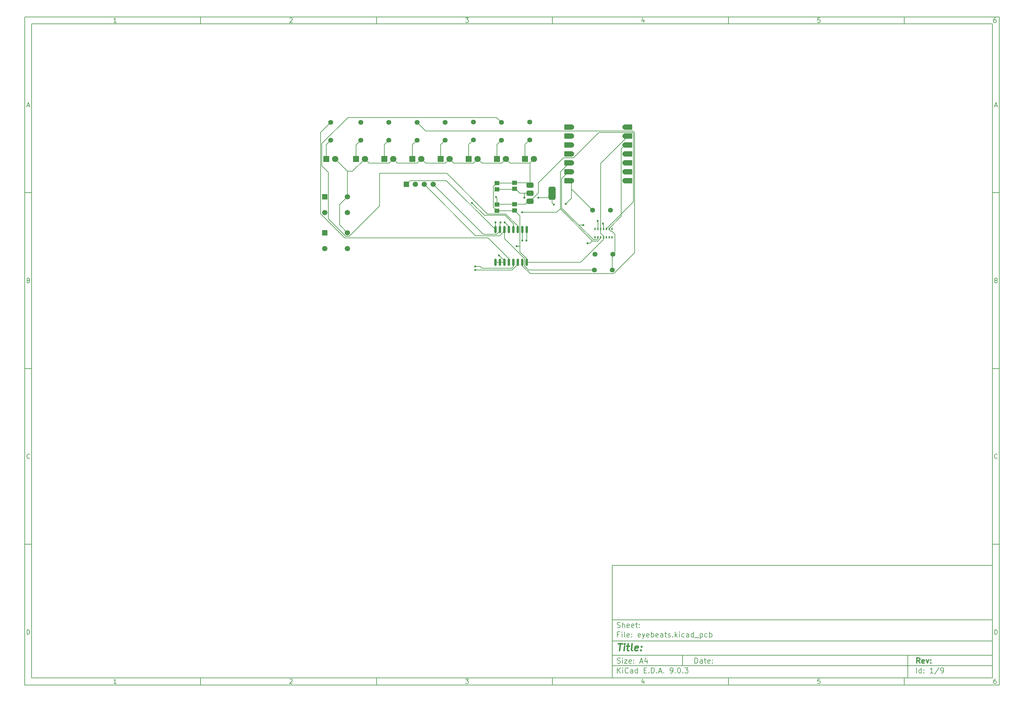
<source format=gtl>
%TF.GenerationSoftware,KiCad,Pcbnew,9.0.3*%
%TF.CreationDate,2025-08-03T00:48:55+01:00*%
%TF.ProjectId,eyebeats,65796562-6561-4747-932e-6b696361645f,rev?*%
%TF.SameCoordinates,Original*%
%TF.FileFunction,Copper,L1,Top*%
%TF.FilePolarity,Positive*%
%FSLAX46Y46*%
G04 Gerber Fmt 4.6, Leading zero omitted, Abs format (unit mm)*
G04 Created by KiCad (PCBNEW 9.0.3) date 2025-08-03 00:48:55*
%MOMM*%
%LPD*%
G01*
G04 APERTURE LIST*
G04 Aperture macros list*
%AMRoundRect*
0 Rectangle with rounded corners*
0 $1 Rounding radius*
0 $2 $3 $4 $5 $6 $7 $8 $9 X,Y pos of 4 corners*
0 Add a 4 corners polygon primitive as box body*
4,1,4,$2,$3,$4,$5,$6,$7,$8,$9,$2,$3,0*
0 Add four circle primitives for the rounded corners*
1,1,$1+$1,$2,$3*
1,1,$1+$1,$4,$5*
1,1,$1+$1,$6,$7*
1,1,$1+$1,$8,$9*
0 Add four rect primitives between the rounded corners*
20,1,$1+$1,$2,$3,$4,$5,0*
20,1,$1+$1,$4,$5,$6,$7,0*
20,1,$1+$1,$6,$7,$8,$9,0*
20,1,$1+$1,$8,$9,$2,$3,0*%
G04 Aperture macros list end*
%ADD10C,0.100000*%
%ADD11C,0.150000*%
%ADD12C,0.300000*%
%ADD13C,0.400000*%
%TA.AperFunction,ComponentPad*%
%ADD14R,1.800000X1.800000*%
%TD*%
%TA.AperFunction,ComponentPad*%
%ADD15C,1.800000*%
%TD*%
%TA.AperFunction,ComponentPad*%
%ADD16C,1.400000*%
%TD*%
%TA.AperFunction,SMDPad,CuDef*%
%ADD17RoundRect,0.152400X1.063600X0.609600X-1.063600X0.609600X-1.063600X-0.609600X1.063600X-0.609600X0*%
%TD*%
%TA.AperFunction,ComponentPad*%
%ADD18C,1.524000*%
%TD*%
%TA.AperFunction,SMDPad,CuDef*%
%ADD19RoundRect,0.152400X-1.063600X-0.609600X1.063600X-0.609600X1.063600X0.609600X-1.063600X0.609600X0*%
%TD*%
%TA.AperFunction,ComponentPad*%
%ADD20R,1.508000X1.508000*%
%TD*%
%TA.AperFunction,ComponentPad*%
%ADD21C,1.508000*%
%TD*%
%TA.AperFunction,SMDPad,CuDef*%
%ADD22R,1.470000X1.160000*%
%TD*%
%TA.AperFunction,ComponentPad*%
%ADD23R,1.498000X1.498000*%
%TD*%
%TA.AperFunction,ComponentPad*%
%ADD24C,1.498000*%
%TD*%
%TA.AperFunction,SMDPad,CuDef*%
%ADD25R,0.350000X0.750000*%
%TD*%
%TA.AperFunction,SMDPad,CuDef*%
%ADD26RoundRect,0.150000X0.150000X-0.875000X0.150000X0.875000X-0.150000X0.875000X-0.150000X-0.875000X0*%
%TD*%
%TA.AperFunction,SMDPad,CuDef*%
%ADD27RoundRect,0.375000X-0.625000X-0.375000X0.625000X-0.375000X0.625000X0.375000X-0.625000X0.375000X0*%
%TD*%
%TA.AperFunction,SMDPad,CuDef*%
%ADD28RoundRect,0.500000X-0.500000X-1.400000X0.500000X-1.400000X0.500000X1.400000X-0.500000X1.400000X0*%
%TD*%
%TA.AperFunction,ViaPad*%
%ADD29C,0.600000*%
%TD*%
%TA.AperFunction,Conductor*%
%ADD30C,0.200000*%
%TD*%
G04 APERTURE END LIST*
D10*
D11*
X177002200Y-166007200D02*
X285002200Y-166007200D01*
X285002200Y-198007200D01*
X177002200Y-198007200D01*
X177002200Y-166007200D01*
D10*
D11*
X10000000Y-10000000D02*
X287002200Y-10000000D01*
X287002200Y-200007200D01*
X10000000Y-200007200D01*
X10000000Y-10000000D01*
D10*
D11*
X12000000Y-12000000D02*
X285002200Y-12000000D01*
X285002200Y-198007200D01*
X12000000Y-198007200D01*
X12000000Y-12000000D01*
D10*
D11*
X60000000Y-12000000D02*
X60000000Y-10000000D01*
D10*
D11*
X110000000Y-12000000D02*
X110000000Y-10000000D01*
D10*
D11*
X160000000Y-12000000D02*
X160000000Y-10000000D01*
D10*
D11*
X210000000Y-12000000D02*
X210000000Y-10000000D01*
D10*
D11*
X260000000Y-12000000D02*
X260000000Y-10000000D01*
D10*
D11*
X36089160Y-11593604D02*
X35346303Y-11593604D01*
X35717731Y-11593604D02*
X35717731Y-10293604D01*
X35717731Y-10293604D02*
X35593922Y-10479319D01*
X35593922Y-10479319D02*
X35470112Y-10603128D01*
X35470112Y-10603128D02*
X35346303Y-10665033D01*
D10*
D11*
X85346303Y-10417414D02*
X85408207Y-10355509D01*
X85408207Y-10355509D02*
X85532017Y-10293604D01*
X85532017Y-10293604D02*
X85841541Y-10293604D01*
X85841541Y-10293604D02*
X85965350Y-10355509D01*
X85965350Y-10355509D02*
X86027255Y-10417414D01*
X86027255Y-10417414D02*
X86089160Y-10541223D01*
X86089160Y-10541223D02*
X86089160Y-10665033D01*
X86089160Y-10665033D02*
X86027255Y-10850747D01*
X86027255Y-10850747D02*
X85284398Y-11593604D01*
X85284398Y-11593604D02*
X86089160Y-11593604D01*
D10*
D11*
X135284398Y-10293604D02*
X136089160Y-10293604D01*
X136089160Y-10293604D02*
X135655826Y-10788842D01*
X135655826Y-10788842D02*
X135841541Y-10788842D01*
X135841541Y-10788842D02*
X135965350Y-10850747D01*
X135965350Y-10850747D02*
X136027255Y-10912652D01*
X136027255Y-10912652D02*
X136089160Y-11036461D01*
X136089160Y-11036461D02*
X136089160Y-11345985D01*
X136089160Y-11345985D02*
X136027255Y-11469795D01*
X136027255Y-11469795D02*
X135965350Y-11531700D01*
X135965350Y-11531700D02*
X135841541Y-11593604D01*
X135841541Y-11593604D02*
X135470112Y-11593604D01*
X135470112Y-11593604D02*
X135346303Y-11531700D01*
X135346303Y-11531700D02*
X135284398Y-11469795D01*
D10*
D11*
X185965350Y-10726938D02*
X185965350Y-11593604D01*
X185655826Y-10231700D02*
X185346303Y-11160271D01*
X185346303Y-11160271D02*
X186151064Y-11160271D01*
D10*
D11*
X236027255Y-10293604D02*
X235408207Y-10293604D01*
X235408207Y-10293604D02*
X235346303Y-10912652D01*
X235346303Y-10912652D02*
X235408207Y-10850747D01*
X235408207Y-10850747D02*
X235532017Y-10788842D01*
X235532017Y-10788842D02*
X235841541Y-10788842D01*
X235841541Y-10788842D02*
X235965350Y-10850747D01*
X235965350Y-10850747D02*
X236027255Y-10912652D01*
X236027255Y-10912652D02*
X236089160Y-11036461D01*
X236089160Y-11036461D02*
X236089160Y-11345985D01*
X236089160Y-11345985D02*
X236027255Y-11469795D01*
X236027255Y-11469795D02*
X235965350Y-11531700D01*
X235965350Y-11531700D02*
X235841541Y-11593604D01*
X235841541Y-11593604D02*
X235532017Y-11593604D01*
X235532017Y-11593604D02*
X235408207Y-11531700D01*
X235408207Y-11531700D02*
X235346303Y-11469795D01*
D10*
D11*
X285965350Y-10293604D02*
X285717731Y-10293604D01*
X285717731Y-10293604D02*
X285593922Y-10355509D01*
X285593922Y-10355509D02*
X285532017Y-10417414D01*
X285532017Y-10417414D02*
X285408207Y-10603128D01*
X285408207Y-10603128D02*
X285346303Y-10850747D01*
X285346303Y-10850747D02*
X285346303Y-11345985D01*
X285346303Y-11345985D02*
X285408207Y-11469795D01*
X285408207Y-11469795D02*
X285470112Y-11531700D01*
X285470112Y-11531700D02*
X285593922Y-11593604D01*
X285593922Y-11593604D02*
X285841541Y-11593604D01*
X285841541Y-11593604D02*
X285965350Y-11531700D01*
X285965350Y-11531700D02*
X286027255Y-11469795D01*
X286027255Y-11469795D02*
X286089160Y-11345985D01*
X286089160Y-11345985D02*
X286089160Y-11036461D01*
X286089160Y-11036461D02*
X286027255Y-10912652D01*
X286027255Y-10912652D02*
X285965350Y-10850747D01*
X285965350Y-10850747D02*
X285841541Y-10788842D01*
X285841541Y-10788842D02*
X285593922Y-10788842D01*
X285593922Y-10788842D02*
X285470112Y-10850747D01*
X285470112Y-10850747D02*
X285408207Y-10912652D01*
X285408207Y-10912652D02*
X285346303Y-11036461D01*
D10*
D11*
X60000000Y-198007200D02*
X60000000Y-200007200D01*
D10*
D11*
X110000000Y-198007200D02*
X110000000Y-200007200D01*
D10*
D11*
X160000000Y-198007200D02*
X160000000Y-200007200D01*
D10*
D11*
X210000000Y-198007200D02*
X210000000Y-200007200D01*
D10*
D11*
X260000000Y-198007200D02*
X260000000Y-200007200D01*
D10*
D11*
X36089160Y-199600804D02*
X35346303Y-199600804D01*
X35717731Y-199600804D02*
X35717731Y-198300804D01*
X35717731Y-198300804D02*
X35593922Y-198486519D01*
X35593922Y-198486519D02*
X35470112Y-198610328D01*
X35470112Y-198610328D02*
X35346303Y-198672233D01*
D10*
D11*
X85346303Y-198424614D02*
X85408207Y-198362709D01*
X85408207Y-198362709D02*
X85532017Y-198300804D01*
X85532017Y-198300804D02*
X85841541Y-198300804D01*
X85841541Y-198300804D02*
X85965350Y-198362709D01*
X85965350Y-198362709D02*
X86027255Y-198424614D01*
X86027255Y-198424614D02*
X86089160Y-198548423D01*
X86089160Y-198548423D02*
X86089160Y-198672233D01*
X86089160Y-198672233D02*
X86027255Y-198857947D01*
X86027255Y-198857947D02*
X85284398Y-199600804D01*
X85284398Y-199600804D02*
X86089160Y-199600804D01*
D10*
D11*
X135284398Y-198300804D02*
X136089160Y-198300804D01*
X136089160Y-198300804D02*
X135655826Y-198796042D01*
X135655826Y-198796042D02*
X135841541Y-198796042D01*
X135841541Y-198796042D02*
X135965350Y-198857947D01*
X135965350Y-198857947D02*
X136027255Y-198919852D01*
X136027255Y-198919852D02*
X136089160Y-199043661D01*
X136089160Y-199043661D02*
X136089160Y-199353185D01*
X136089160Y-199353185D02*
X136027255Y-199476995D01*
X136027255Y-199476995D02*
X135965350Y-199538900D01*
X135965350Y-199538900D02*
X135841541Y-199600804D01*
X135841541Y-199600804D02*
X135470112Y-199600804D01*
X135470112Y-199600804D02*
X135346303Y-199538900D01*
X135346303Y-199538900D02*
X135284398Y-199476995D01*
D10*
D11*
X185965350Y-198734138D02*
X185965350Y-199600804D01*
X185655826Y-198238900D02*
X185346303Y-199167471D01*
X185346303Y-199167471D02*
X186151064Y-199167471D01*
D10*
D11*
X236027255Y-198300804D02*
X235408207Y-198300804D01*
X235408207Y-198300804D02*
X235346303Y-198919852D01*
X235346303Y-198919852D02*
X235408207Y-198857947D01*
X235408207Y-198857947D02*
X235532017Y-198796042D01*
X235532017Y-198796042D02*
X235841541Y-198796042D01*
X235841541Y-198796042D02*
X235965350Y-198857947D01*
X235965350Y-198857947D02*
X236027255Y-198919852D01*
X236027255Y-198919852D02*
X236089160Y-199043661D01*
X236089160Y-199043661D02*
X236089160Y-199353185D01*
X236089160Y-199353185D02*
X236027255Y-199476995D01*
X236027255Y-199476995D02*
X235965350Y-199538900D01*
X235965350Y-199538900D02*
X235841541Y-199600804D01*
X235841541Y-199600804D02*
X235532017Y-199600804D01*
X235532017Y-199600804D02*
X235408207Y-199538900D01*
X235408207Y-199538900D02*
X235346303Y-199476995D01*
D10*
D11*
X285965350Y-198300804D02*
X285717731Y-198300804D01*
X285717731Y-198300804D02*
X285593922Y-198362709D01*
X285593922Y-198362709D02*
X285532017Y-198424614D01*
X285532017Y-198424614D02*
X285408207Y-198610328D01*
X285408207Y-198610328D02*
X285346303Y-198857947D01*
X285346303Y-198857947D02*
X285346303Y-199353185D01*
X285346303Y-199353185D02*
X285408207Y-199476995D01*
X285408207Y-199476995D02*
X285470112Y-199538900D01*
X285470112Y-199538900D02*
X285593922Y-199600804D01*
X285593922Y-199600804D02*
X285841541Y-199600804D01*
X285841541Y-199600804D02*
X285965350Y-199538900D01*
X285965350Y-199538900D02*
X286027255Y-199476995D01*
X286027255Y-199476995D02*
X286089160Y-199353185D01*
X286089160Y-199353185D02*
X286089160Y-199043661D01*
X286089160Y-199043661D02*
X286027255Y-198919852D01*
X286027255Y-198919852D02*
X285965350Y-198857947D01*
X285965350Y-198857947D02*
X285841541Y-198796042D01*
X285841541Y-198796042D02*
X285593922Y-198796042D01*
X285593922Y-198796042D02*
X285470112Y-198857947D01*
X285470112Y-198857947D02*
X285408207Y-198919852D01*
X285408207Y-198919852D02*
X285346303Y-199043661D01*
D10*
D11*
X10000000Y-60000000D02*
X12000000Y-60000000D01*
D10*
D11*
X10000000Y-110000000D02*
X12000000Y-110000000D01*
D10*
D11*
X10000000Y-160000000D02*
X12000000Y-160000000D01*
D10*
D11*
X10690476Y-35222176D02*
X11309523Y-35222176D01*
X10566666Y-35593604D02*
X10999999Y-34293604D01*
X10999999Y-34293604D02*
X11433333Y-35593604D01*
D10*
D11*
X11092857Y-84912652D02*
X11278571Y-84974557D01*
X11278571Y-84974557D02*
X11340476Y-85036461D01*
X11340476Y-85036461D02*
X11402380Y-85160271D01*
X11402380Y-85160271D02*
X11402380Y-85345985D01*
X11402380Y-85345985D02*
X11340476Y-85469795D01*
X11340476Y-85469795D02*
X11278571Y-85531700D01*
X11278571Y-85531700D02*
X11154761Y-85593604D01*
X11154761Y-85593604D02*
X10659523Y-85593604D01*
X10659523Y-85593604D02*
X10659523Y-84293604D01*
X10659523Y-84293604D02*
X11092857Y-84293604D01*
X11092857Y-84293604D02*
X11216666Y-84355509D01*
X11216666Y-84355509D02*
X11278571Y-84417414D01*
X11278571Y-84417414D02*
X11340476Y-84541223D01*
X11340476Y-84541223D02*
X11340476Y-84665033D01*
X11340476Y-84665033D02*
X11278571Y-84788842D01*
X11278571Y-84788842D02*
X11216666Y-84850747D01*
X11216666Y-84850747D02*
X11092857Y-84912652D01*
X11092857Y-84912652D02*
X10659523Y-84912652D01*
D10*
D11*
X11402380Y-135469795D02*
X11340476Y-135531700D01*
X11340476Y-135531700D02*
X11154761Y-135593604D01*
X11154761Y-135593604D02*
X11030952Y-135593604D01*
X11030952Y-135593604D02*
X10845238Y-135531700D01*
X10845238Y-135531700D02*
X10721428Y-135407890D01*
X10721428Y-135407890D02*
X10659523Y-135284080D01*
X10659523Y-135284080D02*
X10597619Y-135036461D01*
X10597619Y-135036461D02*
X10597619Y-134850747D01*
X10597619Y-134850747D02*
X10659523Y-134603128D01*
X10659523Y-134603128D02*
X10721428Y-134479319D01*
X10721428Y-134479319D02*
X10845238Y-134355509D01*
X10845238Y-134355509D02*
X11030952Y-134293604D01*
X11030952Y-134293604D02*
X11154761Y-134293604D01*
X11154761Y-134293604D02*
X11340476Y-134355509D01*
X11340476Y-134355509D02*
X11402380Y-134417414D01*
D10*
D11*
X10659523Y-185593604D02*
X10659523Y-184293604D01*
X10659523Y-184293604D02*
X10969047Y-184293604D01*
X10969047Y-184293604D02*
X11154761Y-184355509D01*
X11154761Y-184355509D02*
X11278571Y-184479319D01*
X11278571Y-184479319D02*
X11340476Y-184603128D01*
X11340476Y-184603128D02*
X11402380Y-184850747D01*
X11402380Y-184850747D02*
X11402380Y-185036461D01*
X11402380Y-185036461D02*
X11340476Y-185284080D01*
X11340476Y-185284080D02*
X11278571Y-185407890D01*
X11278571Y-185407890D02*
X11154761Y-185531700D01*
X11154761Y-185531700D02*
X10969047Y-185593604D01*
X10969047Y-185593604D02*
X10659523Y-185593604D01*
D10*
D11*
X287002200Y-60000000D02*
X285002200Y-60000000D01*
D10*
D11*
X287002200Y-110000000D02*
X285002200Y-110000000D01*
D10*
D11*
X287002200Y-160000000D02*
X285002200Y-160000000D01*
D10*
D11*
X285692676Y-35222176D02*
X286311723Y-35222176D01*
X285568866Y-35593604D02*
X286002199Y-34293604D01*
X286002199Y-34293604D02*
X286435533Y-35593604D01*
D10*
D11*
X286095057Y-84912652D02*
X286280771Y-84974557D01*
X286280771Y-84974557D02*
X286342676Y-85036461D01*
X286342676Y-85036461D02*
X286404580Y-85160271D01*
X286404580Y-85160271D02*
X286404580Y-85345985D01*
X286404580Y-85345985D02*
X286342676Y-85469795D01*
X286342676Y-85469795D02*
X286280771Y-85531700D01*
X286280771Y-85531700D02*
X286156961Y-85593604D01*
X286156961Y-85593604D02*
X285661723Y-85593604D01*
X285661723Y-85593604D02*
X285661723Y-84293604D01*
X285661723Y-84293604D02*
X286095057Y-84293604D01*
X286095057Y-84293604D02*
X286218866Y-84355509D01*
X286218866Y-84355509D02*
X286280771Y-84417414D01*
X286280771Y-84417414D02*
X286342676Y-84541223D01*
X286342676Y-84541223D02*
X286342676Y-84665033D01*
X286342676Y-84665033D02*
X286280771Y-84788842D01*
X286280771Y-84788842D02*
X286218866Y-84850747D01*
X286218866Y-84850747D02*
X286095057Y-84912652D01*
X286095057Y-84912652D02*
X285661723Y-84912652D01*
D10*
D11*
X286404580Y-135469795D02*
X286342676Y-135531700D01*
X286342676Y-135531700D02*
X286156961Y-135593604D01*
X286156961Y-135593604D02*
X286033152Y-135593604D01*
X286033152Y-135593604D02*
X285847438Y-135531700D01*
X285847438Y-135531700D02*
X285723628Y-135407890D01*
X285723628Y-135407890D02*
X285661723Y-135284080D01*
X285661723Y-135284080D02*
X285599819Y-135036461D01*
X285599819Y-135036461D02*
X285599819Y-134850747D01*
X285599819Y-134850747D02*
X285661723Y-134603128D01*
X285661723Y-134603128D02*
X285723628Y-134479319D01*
X285723628Y-134479319D02*
X285847438Y-134355509D01*
X285847438Y-134355509D02*
X286033152Y-134293604D01*
X286033152Y-134293604D02*
X286156961Y-134293604D01*
X286156961Y-134293604D02*
X286342676Y-134355509D01*
X286342676Y-134355509D02*
X286404580Y-134417414D01*
D10*
D11*
X285661723Y-185593604D02*
X285661723Y-184293604D01*
X285661723Y-184293604D02*
X285971247Y-184293604D01*
X285971247Y-184293604D02*
X286156961Y-184355509D01*
X286156961Y-184355509D02*
X286280771Y-184479319D01*
X286280771Y-184479319D02*
X286342676Y-184603128D01*
X286342676Y-184603128D02*
X286404580Y-184850747D01*
X286404580Y-184850747D02*
X286404580Y-185036461D01*
X286404580Y-185036461D02*
X286342676Y-185284080D01*
X286342676Y-185284080D02*
X286280771Y-185407890D01*
X286280771Y-185407890D02*
X286156961Y-185531700D01*
X286156961Y-185531700D02*
X285971247Y-185593604D01*
X285971247Y-185593604D02*
X285661723Y-185593604D01*
D10*
D11*
X200458026Y-193793328D02*
X200458026Y-192293328D01*
X200458026Y-192293328D02*
X200815169Y-192293328D01*
X200815169Y-192293328D02*
X201029455Y-192364757D01*
X201029455Y-192364757D02*
X201172312Y-192507614D01*
X201172312Y-192507614D02*
X201243741Y-192650471D01*
X201243741Y-192650471D02*
X201315169Y-192936185D01*
X201315169Y-192936185D02*
X201315169Y-193150471D01*
X201315169Y-193150471D02*
X201243741Y-193436185D01*
X201243741Y-193436185D02*
X201172312Y-193579042D01*
X201172312Y-193579042D02*
X201029455Y-193721900D01*
X201029455Y-193721900D02*
X200815169Y-193793328D01*
X200815169Y-193793328D02*
X200458026Y-193793328D01*
X202600884Y-193793328D02*
X202600884Y-193007614D01*
X202600884Y-193007614D02*
X202529455Y-192864757D01*
X202529455Y-192864757D02*
X202386598Y-192793328D01*
X202386598Y-192793328D02*
X202100884Y-192793328D01*
X202100884Y-192793328D02*
X201958026Y-192864757D01*
X202600884Y-193721900D02*
X202458026Y-193793328D01*
X202458026Y-193793328D02*
X202100884Y-193793328D01*
X202100884Y-193793328D02*
X201958026Y-193721900D01*
X201958026Y-193721900D02*
X201886598Y-193579042D01*
X201886598Y-193579042D02*
X201886598Y-193436185D01*
X201886598Y-193436185D02*
X201958026Y-193293328D01*
X201958026Y-193293328D02*
X202100884Y-193221900D01*
X202100884Y-193221900D02*
X202458026Y-193221900D01*
X202458026Y-193221900D02*
X202600884Y-193150471D01*
X203100884Y-192793328D02*
X203672312Y-192793328D01*
X203315169Y-192293328D02*
X203315169Y-193579042D01*
X203315169Y-193579042D02*
X203386598Y-193721900D01*
X203386598Y-193721900D02*
X203529455Y-193793328D01*
X203529455Y-193793328D02*
X203672312Y-193793328D01*
X204743741Y-193721900D02*
X204600884Y-193793328D01*
X204600884Y-193793328D02*
X204315170Y-193793328D01*
X204315170Y-193793328D02*
X204172312Y-193721900D01*
X204172312Y-193721900D02*
X204100884Y-193579042D01*
X204100884Y-193579042D02*
X204100884Y-193007614D01*
X204100884Y-193007614D02*
X204172312Y-192864757D01*
X204172312Y-192864757D02*
X204315170Y-192793328D01*
X204315170Y-192793328D02*
X204600884Y-192793328D01*
X204600884Y-192793328D02*
X204743741Y-192864757D01*
X204743741Y-192864757D02*
X204815170Y-193007614D01*
X204815170Y-193007614D02*
X204815170Y-193150471D01*
X204815170Y-193150471D02*
X204100884Y-193293328D01*
X205458026Y-193650471D02*
X205529455Y-193721900D01*
X205529455Y-193721900D02*
X205458026Y-193793328D01*
X205458026Y-193793328D02*
X205386598Y-193721900D01*
X205386598Y-193721900D02*
X205458026Y-193650471D01*
X205458026Y-193650471D02*
X205458026Y-193793328D01*
X205458026Y-192864757D02*
X205529455Y-192936185D01*
X205529455Y-192936185D02*
X205458026Y-193007614D01*
X205458026Y-193007614D02*
X205386598Y-192936185D01*
X205386598Y-192936185D02*
X205458026Y-192864757D01*
X205458026Y-192864757D02*
X205458026Y-193007614D01*
D10*
D11*
X177002200Y-194507200D02*
X285002200Y-194507200D01*
D10*
D11*
X178458026Y-196593328D02*
X178458026Y-195093328D01*
X179315169Y-196593328D02*
X178672312Y-195736185D01*
X179315169Y-195093328D02*
X178458026Y-195950471D01*
X179958026Y-196593328D02*
X179958026Y-195593328D01*
X179958026Y-195093328D02*
X179886598Y-195164757D01*
X179886598Y-195164757D02*
X179958026Y-195236185D01*
X179958026Y-195236185D02*
X180029455Y-195164757D01*
X180029455Y-195164757D02*
X179958026Y-195093328D01*
X179958026Y-195093328D02*
X179958026Y-195236185D01*
X181529455Y-196450471D02*
X181458027Y-196521900D01*
X181458027Y-196521900D02*
X181243741Y-196593328D01*
X181243741Y-196593328D02*
X181100884Y-196593328D01*
X181100884Y-196593328D02*
X180886598Y-196521900D01*
X180886598Y-196521900D02*
X180743741Y-196379042D01*
X180743741Y-196379042D02*
X180672312Y-196236185D01*
X180672312Y-196236185D02*
X180600884Y-195950471D01*
X180600884Y-195950471D02*
X180600884Y-195736185D01*
X180600884Y-195736185D02*
X180672312Y-195450471D01*
X180672312Y-195450471D02*
X180743741Y-195307614D01*
X180743741Y-195307614D02*
X180886598Y-195164757D01*
X180886598Y-195164757D02*
X181100884Y-195093328D01*
X181100884Y-195093328D02*
X181243741Y-195093328D01*
X181243741Y-195093328D02*
X181458027Y-195164757D01*
X181458027Y-195164757D02*
X181529455Y-195236185D01*
X182815170Y-196593328D02*
X182815170Y-195807614D01*
X182815170Y-195807614D02*
X182743741Y-195664757D01*
X182743741Y-195664757D02*
X182600884Y-195593328D01*
X182600884Y-195593328D02*
X182315170Y-195593328D01*
X182315170Y-195593328D02*
X182172312Y-195664757D01*
X182815170Y-196521900D02*
X182672312Y-196593328D01*
X182672312Y-196593328D02*
X182315170Y-196593328D01*
X182315170Y-196593328D02*
X182172312Y-196521900D01*
X182172312Y-196521900D02*
X182100884Y-196379042D01*
X182100884Y-196379042D02*
X182100884Y-196236185D01*
X182100884Y-196236185D02*
X182172312Y-196093328D01*
X182172312Y-196093328D02*
X182315170Y-196021900D01*
X182315170Y-196021900D02*
X182672312Y-196021900D01*
X182672312Y-196021900D02*
X182815170Y-195950471D01*
X184172313Y-196593328D02*
X184172313Y-195093328D01*
X184172313Y-196521900D02*
X184029455Y-196593328D01*
X184029455Y-196593328D02*
X183743741Y-196593328D01*
X183743741Y-196593328D02*
X183600884Y-196521900D01*
X183600884Y-196521900D02*
X183529455Y-196450471D01*
X183529455Y-196450471D02*
X183458027Y-196307614D01*
X183458027Y-196307614D02*
X183458027Y-195879042D01*
X183458027Y-195879042D02*
X183529455Y-195736185D01*
X183529455Y-195736185D02*
X183600884Y-195664757D01*
X183600884Y-195664757D02*
X183743741Y-195593328D01*
X183743741Y-195593328D02*
X184029455Y-195593328D01*
X184029455Y-195593328D02*
X184172313Y-195664757D01*
X186029455Y-195807614D02*
X186529455Y-195807614D01*
X186743741Y-196593328D02*
X186029455Y-196593328D01*
X186029455Y-196593328D02*
X186029455Y-195093328D01*
X186029455Y-195093328D02*
X186743741Y-195093328D01*
X187386598Y-196450471D02*
X187458027Y-196521900D01*
X187458027Y-196521900D02*
X187386598Y-196593328D01*
X187386598Y-196593328D02*
X187315170Y-196521900D01*
X187315170Y-196521900D02*
X187386598Y-196450471D01*
X187386598Y-196450471D02*
X187386598Y-196593328D01*
X188100884Y-196593328D02*
X188100884Y-195093328D01*
X188100884Y-195093328D02*
X188458027Y-195093328D01*
X188458027Y-195093328D02*
X188672313Y-195164757D01*
X188672313Y-195164757D02*
X188815170Y-195307614D01*
X188815170Y-195307614D02*
X188886599Y-195450471D01*
X188886599Y-195450471D02*
X188958027Y-195736185D01*
X188958027Y-195736185D02*
X188958027Y-195950471D01*
X188958027Y-195950471D02*
X188886599Y-196236185D01*
X188886599Y-196236185D02*
X188815170Y-196379042D01*
X188815170Y-196379042D02*
X188672313Y-196521900D01*
X188672313Y-196521900D02*
X188458027Y-196593328D01*
X188458027Y-196593328D02*
X188100884Y-196593328D01*
X189600884Y-196450471D02*
X189672313Y-196521900D01*
X189672313Y-196521900D02*
X189600884Y-196593328D01*
X189600884Y-196593328D02*
X189529456Y-196521900D01*
X189529456Y-196521900D02*
X189600884Y-196450471D01*
X189600884Y-196450471D02*
X189600884Y-196593328D01*
X190243742Y-196164757D02*
X190958028Y-196164757D01*
X190100885Y-196593328D02*
X190600885Y-195093328D01*
X190600885Y-195093328D02*
X191100885Y-196593328D01*
X191600884Y-196450471D02*
X191672313Y-196521900D01*
X191672313Y-196521900D02*
X191600884Y-196593328D01*
X191600884Y-196593328D02*
X191529456Y-196521900D01*
X191529456Y-196521900D02*
X191600884Y-196450471D01*
X191600884Y-196450471D02*
X191600884Y-196593328D01*
X193529456Y-196593328D02*
X193815170Y-196593328D01*
X193815170Y-196593328D02*
X193958027Y-196521900D01*
X193958027Y-196521900D02*
X194029456Y-196450471D01*
X194029456Y-196450471D02*
X194172313Y-196236185D01*
X194172313Y-196236185D02*
X194243742Y-195950471D01*
X194243742Y-195950471D02*
X194243742Y-195379042D01*
X194243742Y-195379042D02*
X194172313Y-195236185D01*
X194172313Y-195236185D02*
X194100885Y-195164757D01*
X194100885Y-195164757D02*
X193958027Y-195093328D01*
X193958027Y-195093328D02*
X193672313Y-195093328D01*
X193672313Y-195093328D02*
X193529456Y-195164757D01*
X193529456Y-195164757D02*
X193458027Y-195236185D01*
X193458027Y-195236185D02*
X193386599Y-195379042D01*
X193386599Y-195379042D02*
X193386599Y-195736185D01*
X193386599Y-195736185D02*
X193458027Y-195879042D01*
X193458027Y-195879042D02*
X193529456Y-195950471D01*
X193529456Y-195950471D02*
X193672313Y-196021900D01*
X193672313Y-196021900D02*
X193958027Y-196021900D01*
X193958027Y-196021900D02*
X194100885Y-195950471D01*
X194100885Y-195950471D02*
X194172313Y-195879042D01*
X194172313Y-195879042D02*
X194243742Y-195736185D01*
X194886598Y-196450471D02*
X194958027Y-196521900D01*
X194958027Y-196521900D02*
X194886598Y-196593328D01*
X194886598Y-196593328D02*
X194815170Y-196521900D01*
X194815170Y-196521900D02*
X194886598Y-196450471D01*
X194886598Y-196450471D02*
X194886598Y-196593328D01*
X195886599Y-195093328D02*
X196029456Y-195093328D01*
X196029456Y-195093328D02*
X196172313Y-195164757D01*
X196172313Y-195164757D02*
X196243742Y-195236185D01*
X196243742Y-195236185D02*
X196315170Y-195379042D01*
X196315170Y-195379042D02*
X196386599Y-195664757D01*
X196386599Y-195664757D02*
X196386599Y-196021900D01*
X196386599Y-196021900D02*
X196315170Y-196307614D01*
X196315170Y-196307614D02*
X196243742Y-196450471D01*
X196243742Y-196450471D02*
X196172313Y-196521900D01*
X196172313Y-196521900D02*
X196029456Y-196593328D01*
X196029456Y-196593328D02*
X195886599Y-196593328D01*
X195886599Y-196593328D02*
X195743742Y-196521900D01*
X195743742Y-196521900D02*
X195672313Y-196450471D01*
X195672313Y-196450471D02*
X195600884Y-196307614D01*
X195600884Y-196307614D02*
X195529456Y-196021900D01*
X195529456Y-196021900D02*
X195529456Y-195664757D01*
X195529456Y-195664757D02*
X195600884Y-195379042D01*
X195600884Y-195379042D02*
X195672313Y-195236185D01*
X195672313Y-195236185D02*
X195743742Y-195164757D01*
X195743742Y-195164757D02*
X195886599Y-195093328D01*
X197029455Y-196450471D02*
X197100884Y-196521900D01*
X197100884Y-196521900D02*
X197029455Y-196593328D01*
X197029455Y-196593328D02*
X196958027Y-196521900D01*
X196958027Y-196521900D02*
X197029455Y-196450471D01*
X197029455Y-196450471D02*
X197029455Y-196593328D01*
X197600884Y-195093328D02*
X198529456Y-195093328D01*
X198529456Y-195093328D02*
X198029456Y-195664757D01*
X198029456Y-195664757D02*
X198243741Y-195664757D01*
X198243741Y-195664757D02*
X198386599Y-195736185D01*
X198386599Y-195736185D02*
X198458027Y-195807614D01*
X198458027Y-195807614D02*
X198529456Y-195950471D01*
X198529456Y-195950471D02*
X198529456Y-196307614D01*
X198529456Y-196307614D02*
X198458027Y-196450471D01*
X198458027Y-196450471D02*
X198386599Y-196521900D01*
X198386599Y-196521900D02*
X198243741Y-196593328D01*
X198243741Y-196593328D02*
X197815170Y-196593328D01*
X197815170Y-196593328D02*
X197672313Y-196521900D01*
X197672313Y-196521900D02*
X197600884Y-196450471D01*
D10*
D11*
X177002200Y-191507200D02*
X285002200Y-191507200D01*
D10*
D12*
X264413853Y-193785528D02*
X263913853Y-193071242D01*
X263556710Y-193785528D02*
X263556710Y-192285528D01*
X263556710Y-192285528D02*
X264128139Y-192285528D01*
X264128139Y-192285528D02*
X264270996Y-192356957D01*
X264270996Y-192356957D02*
X264342425Y-192428385D01*
X264342425Y-192428385D02*
X264413853Y-192571242D01*
X264413853Y-192571242D02*
X264413853Y-192785528D01*
X264413853Y-192785528D02*
X264342425Y-192928385D01*
X264342425Y-192928385D02*
X264270996Y-192999814D01*
X264270996Y-192999814D02*
X264128139Y-193071242D01*
X264128139Y-193071242D02*
X263556710Y-193071242D01*
X265628139Y-193714100D02*
X265485282Y-193785528D01*
X265485282Y-193785528D02*
X265199568Y-193785528D01*
X265199568Y-193785528D02*
X265056710Y-193714100D01*
X265056710Y-193714100D02*
X264985282Y-193571242D01*
X264985282Y-193571242D02*
X264985282Y-192999814D01*
X264985282Y-192999814D02*
X265056710Y-192856957D01*
X265056710Y-192856957D02*
X265199568Y-192785528D01*
X265199568Y-192785528D02*
X265485282Y-192785528D01*
X265485282Y-192785528D02*
X265628139Y-192856957D01*
X265628139Y-192856957D02*
X265699568Y-192999814D01*
X265699568Y-192999814D02*
X265699568Y-193142671D01*
X265699568Y-193142671D02*
X264985282Y-193285528D01*
X266199567Y-192785528D02*
X266556710Y-193785528D01*
X266556710Y-193785528D02*
X266913853Y-192785528D01*
X267485281Y-193642671D02*
X267556710Y-193714100D01*
X267556710Y-193714100D02*
X267485281Y-193785528D01*
X267485281Y-193785528D02*
X267413853Y-193714100D01*
X267413853Y-193714100D02*
X267485281Y-193642671D01*
X267485281Y-193642671D02*
X267485281Y-193785528D01*
X267485281Y-192856957D02*
X267556710Y-192928385D01*
X267556710Y-192928385D02*
X267485281Y-192999814D01*
X267485281Y-192999814D02*
X267413853Y-192928385D01*
X267413853Y-192928385D02*
X267485281Y-192856957D01*
X267485281Y-192856957D02*
X267485281Y-192999814D01*
D10*
D11*
X178386598Y-193721900D02*
X178600884Y-193793328D01*
X178600884Y-193793328D02*
X178958026Y-193793328D01*
X178958026Y-193793328D02*
X179100884Y-193721900D01*
X179100884Y-193721900D02*
X179172312Y-193650471D01*
X179172312Y-193650471D02*
X179243741Y-193507614D01*
X179243741Y-193507614D02*
X179243741Y-193364757D01*
X179243741Y-193364757D02*
X179172312Y-193221900D01*
X179172312Y-193221900D02*
X179100884Y-193150471D01*
X179100884Y-193150471D02*
X178958026Y-193079042D01*
X178958026Y-193079042D02*
X178672312Y-193007614D01*
X178672312Y-193007614D02*
X178529455Y-192936185D01*
X178529455Y-192936185D02*
X178458026Y-192864757D01*
X178458026Y-192864757D02*
X178386598Y-192721900D01*
X178386598Y-192721900D02*
X178386598Y-192579042D01*
X178386598Y-192579042D02*
X178458026Y-192436185D01*
X178458026Y-192436185D02*
X178529455Y-192364757D01*
X178529455Y-192364757D02*
X178672312Y-192293328D01*
X178672312Y-192293328D02*
X179029455Y-192293328D01*
X179029455Y-192293328D02*
X179243741Y-192364757D01*
X179886597Y-193793328D02*
X179886597Y-192793328D01*
X179886597Y-192293328D02*
X179815169Y-192364757D01*
X179815169Y-192364757D02*
X179886597Y-192436185D01*
X179886597Y-192436185D02*
X179958026Y-192364757D01*
X179958026Y-192364757D02*
X179886597Y-192293328D01*
X179886597Y-192293328D02*
X179886597Y-192436185D01*
X180458026Y-192793328D02*
X181243741Y-192793328D01*
X181243741Y-192793328D02*
X180458026Y-193793328D01*
X180458026Y-193793328D02*
X181243741Y-193793328D01*
X182386598Y-193721900D02*
X182243741Y-193793328D01*
X182243741Y-193793328D02*
X181958027Y-193793328D01*
X181958027Y-193793328D02*
X181815169Y-193721900D01*
X181815169Y-193721900D02*
X181743741Y-193579042D01*
X181743741Y-193579042D02*
X181743741Y-193007614D01*
X181743741Y-193007614D02*
X181815169Y-192864757D01*
X181815169Y-192864757D02*
X181958027Y-192793328D01*
X181958027Y-192793328D02*
X182243741Y-192793328D01*
X182243741Y-192793328D02*
X182386598Y-192864757D01*
X182386598Y-192864757D02*
X182458027Y-193007614D01*
X182458027Y-193007614D02*
X182458027Y-193150471D01*
X182458027Y-193150471D02*
X181743741Y-193293328D01*
X183100883Y-193650471D02*
X183172312Y-193721900D01*
X183172312Y-193721900D02*
X183100883Y-193793328D01*
X183100883Y-193793328D02*
X183029455Y-193721900D01*
X183029455Y-193721900D02*
X183100883Y-193650471D01*
X183100883Y-193650471D02*
X183100883Y-193793328D01*
X183100883Y-192864757D02*
X183172312Y-192936185D01*
X183172312Y-192936185D02*
X183100883Y-193007614D01*
X183100883Y-193007614D02*
X183029455Y-192936185D01*
X183029455Y-192936185D02*
X183100883Y-192864757D01*
X183100883Y-192864757D02*
X183100883Y-193007614D01*
X184886598Y-193364757D02*
X185600884Y-193364757D01*
X184743741Y-193793328D02*
X185243741Y-192293328D01*
X185243741Y-192293328D02*
X185743741Y-193793328D01*
X186886598Y-192793328D02*
X186886598Y-193793328D01*
X186529455Y-192221900D02*
X186172312Y-193293328D01*
X186172312Y-193293328D02*
X187100883Y-193293328D01*
D10*
D11*
X263458026Y-196593328D02*
X263458026Y-195093328D01*
X264815170Y-196593328D02*
X264815170Y-195093328D01*
X264815170Y-196521900D02*
X264672312Y-196593328D01*
X264672312Y-196593328D02*
X264386598Y-196593328D01*
X264386598Y-196593328D02*
X264243741Y-196521900D01*
X264243741Y-196521900D02*
X264172312Y-196450471D01*
X264172312Y-196450471D02*
X264100884Y-196307614D01*
X264100884Y-196307614D02*
X264100884Y-195879042D01*
X264100884Y-195879042D02*
X264172312Y-195736185D01*
X264172312Y-195736185D02*
X264243741Y-195664757D01*
X264243741Y-195664757D02*
X264386598Y-195593328D01*
X264386598Y-195593328D02*
X264672312Y-195593328D01*
X264672312Y-195593328D02*
X264815170Y-195664757D01*
X265529455Y-196450471D02*
X265600884Y-196521900D01*
X265600884Y-196521900D02*
X265529455Y-196593328D01*
X265529455Y-196593328D02*
X265458027Y-196521900D01*
X265458027Y-196521900D02*
X265529455Y-196450471D01*
X265529455Y-196450471D02*
X265529455Y-196593328D01*
X265529455Y-195664757D02*
X265600884Y-195736185D01*
X265600884Y-195736185D02*
X265529455Y-195807614D01*
X265529455Y-195807614D02*
X265458027Y-195736185D01*
X265458027Y-195736185D02*
X265529455Y-195664757D01*
X265529455Y-195664757D02*
X265529455Y-195807614D01*
X268172313Y-196593328D02*
X267315170Y-196593328D01*
X267743741Y-196593328D02*
X267743741Y-195093328D01*
X267743741Y-195093328D02*
X267600884Y-195307614D01*
X267600884Y-195307614D02*
X267458027Y-195450471D01*
X267458027Y-195450471D02*
X267315170Y-195521900D01*
X269886598Y-195021900D02*
X268600884Y-196950471D01*
X270458027Y-196593328D02*
X270743741Y-196593328D01*
X270743741Y-196593328D02*
X270886598Y-196521900D01*
X270886598Y-196521900D02*
X270958027Y-196450471D01*
X270958027Y-196450471D02*
X271100884Y-196236185D01*
X271100884Y-196236185D02*
X271172313Y-195950471D01*
X271172313Y-195950471D02*
X271172313Y-195379042D01*
X271172313Y-195379042D02*
X271100884Y-195236185D01*
X271100884Y-195236185D02*
X271029456Y-195164757D01*
X271029456Y-195164757D02*
X270886598Y-195093328D01*
X270886598Y-195093328D02*
X270600884Y-195093328D01*
X270600884Y-195093328D02*
X270458027Y-195164757D01*
X270458027Y-195164757D02*
X270386598Y-195236185D01*
X270386598Y-195236185D02*
X270315170Y-195379042D01*
X270315170Y-195379042D02*
X270315170Y-195736185D01*
X270315170Y-195736185D02*
X270386598Y-195879042D01*
X270386598Y-195879042D02*
X270458027Y-195950471D01*
X270458027Y-195950471D02*
X270600884Y-196021900D01*
X270600884Y-196021900D02*
X270886598Y-196021900D01*
X270886598Y-196021900D02*
X271029456Y-195950471D01*
X271029456Y-195950471D02*
X271100884Y-195879042D01*
X271100884Y-195879042D02*
X271172313Y-195736185D01*
D10*
D11*
X177002200Y-187507200D02*
X285002200Y-187507200D01*
D10*
D13*
X178693928Y-188211638D02*
X179836785Y-188211638D01*
X179015357Y-190211638D02*
X179265357Y-188211638D01*
X180253452Y-190211638D02*
X180420119Y-188878304D01*
X180503452Y-188211638D02*
X180396309Y-188306876D01*
X180396309Y-188306876D02*
X180479643Y-188402114D01*
X180479643Y-188402114D02*
X180586786Y-188306876D01*
X180586786Y-188306876D02*
X180503452Y-188211638D01*
X180503452Y-188211638D02*
X180479643Y-188402114D01*
X181086786Y-188878304D02*
X181848690Y-188878304D01*
X181455833Y-188211638D02*
X181241548Y-189925923D01*
X181241548Y-189925923D02*
X181312976Y-190116400D01*
X181312976Y-190116400D02*
X181491548Y-190211638D01*
X181491548Y-190211638D02*
X181682024Y-190211638D01*
X182634405Y-190211638D02*
X182455833Y-190116400D01*
X182455833Y-190116400D02*
X182384405Y-189925923D01*
X182384405Y-189925923D02*
X182598690Y-188211638D01*
X184170119Y-190116400D02*
X183967738Y-190211638D01*
X183967738Y-190211638D02*
X183586785Y-190211638D01*
X183586785Y-190211638D02*
X183408214Y-190116400D01*
X183408214Y-190116400D02*
X183336785Y-189925923D01*
X183336785Y-189925923D02*
X183432024Y-189164019D01*
X183432024Y-189164019D02*
X183551071Y-188973542D01*
X183551071Y-188973542D02*
X183753452Y-188878304D01*
X183753452Y-188878304D02*
X184134404Y-188878304D01*
X184134404Y-188878304D02*
X184312976Y-188973542D01*
X184312976Y-188973542D02*
X184384404Y-189164019D01*
X184384404Y-189164019D02*
X184360595Y-189354495D01*
X184360595Y-189354495D02*
X183384404Y-189544971D01*
X185134405Y-190021161D02*
X185217738Y-190116400D01*
X185217738Y-190116400D02*
X185110595Y-190211638D01*
X185110595Y-190211638D02*
X185027262Y-190116400D01*
X185027262Y-190116400D02*
X185134405Y-190021161D01*
X185134405Y-190021161D02*
X185110595Y-190211638D01*
X185265357Y-188973542D02*
X185348690Y-189068780D01*
X185348690Y-189068780D02*
X185241548Y-189164019D01*
X185241548Y-189164019D02*
X185158214Y-189068780D01*
X185158214Y-189068780D02*
X185265357Y-188973542D01*
X185265357Y-188973542D02*
X185241548Y-189164019D01*
D10*
D11*
X178958026Y-185607614D02*
X178458026Y-185607614D01*
X178458026Y-186393328D02*
X178458026Y-184893328D01*
X178458026Y-184893328D02*
X179172312Y-184893328D01*
X179743740Y-186393328D02*
X179743740Y-185393328D01*
X179743740Y-184893328D02*
X179672312Y-184964757D01*
X179672312Y-184964757D02*
X179743740Y-185036185D01*
X179743740Y-185036185D02*
X179815169Y-184964757D01*
X179815169Y-184964757D02*
X179743740Y-184893328D01*
X179743740Y-184893328D02*
X179743740Y-185036185D01*
X180672312Y-186393328D02*
X180529455Y-186321900D01*
X180529455Y-186321900D02*
X180458026Y-186179042D01*
X180458026Y-186179042D02*
X180458026Y-184893328D01*
X181815169Y-186321900D02*
X181672312Y-186393328D01*
X181672312Y-186393328D02*
X181386598Y-186393328D01*
X181386598Y-186393328D02*
X181243740Y-186321900D01*
X181243740Y-186321900D02*
X181172312Y-186179042D01*
X181172312Y-186179042D02*
X181172312Y-185607614D01*
X181172312Y-185607614D02*
X181243740Y-185464757D01*
X181243740Y-185464757D02*
X181386598Y-185393328D01*
X181386598Y-185393328D02*
X181672312Y-185393328D01*
X181672312Y-185393328D02*
X181815169Y-185464757D01*
X181815169Y-185464757D02*
X181886598Y-185607614D01*
X181886598Y-185607614D02*
X181886598Y-185750471D01*
X181886598Y-185750471D02*
X181172312Y-185893328D01*
X182529454Y-186250471D02*
X182600883Y-186321900D01*
X182600883Y-186321900D02*
X182529454Y-186393328D01*
X182529454Y-186393328D02*
X182458026Y-186321900D01*
X182458026Y-186321900D02*
X182529454Y-186250471D01*
X182529454Y-186250471D02*
X182529454Y-186393328D01*
X182529454Y-185464757D02*
X182600883Y-185536185D01*
X182600883Y-185536185D02*
X182529454Y-185607614D01*
X182529454Y-185607614D02*
X182458026Y-185536185D01*
X182458026Y-185536185D02*
X182529454Y-185464757D01*
X182529454Y-185464757D02*
X182529454Y-185607614D01*
X184958026Y-186321900D02*
X184815169Y-186393328D01*
X184815169Y-186393328D02*
X184529455Y-186393328D01*
X184529455Y-186393328D02*
X184386597Y-186321900D01*
X184386597Y-186321900D02*
X184315169Y-186179042D01*
X184315169Y-186179042D02*
X184315169Y-185607614D01*
X184315169Y-185607614D02*
X184386597Y-185464757D01*
X184386597Y-185464757D02*
X184529455Y-185393328D01*
X184529455Y-185393328D02*
X184815169Y-185393328D01*
X184815169Y-185393328D02*
X184958026Y-185464757D01*
X184958026Y-185464757D02*
X185029455Y-185607614D01*
X185029455Y-185607614D02*
X185029455Y-185750471D01*
X185029455Y-185750471D02*
X184315169Y-185893328D01*
X185529454Y-185393328D02*
X185886597Y-186393328D01*
X186243740Y-185393328D02*
X185886597Y-186393328D01*
X185886597Y-186393328D02*
X185743740Y-186750471D01*
X185743740Y-186750471D02*
X185672311Y-186821900D01*
X185672311Y-186821900D02*
X185529454Y-186893328D01*
X187386597Y-186321900D02*
X187243740Y-186393328D01*
X187243740Y-186393328D02*
X186958026Y-186393328D01*
X186958026Y-186393328D02*
X186815168Y-186321900D01*
X186815168Y-186321900D02*
X186743740Y-186179042D01*
X186743740Y-186179042D02*
X186743740Y-185607614D01*
X186743740Y-185607614D02*
X186815168Y-185464757D01*
X186815168Y-185464757D02*
X186958026Y-185393328D01*
X186958026Y-185393328D02*
X187243740Y-185393328D01*
X187243740Y-185393328D02*
X187386597Y-185464757D01*
X187386597Y-185464757D02*
X187458026Y-185607614D01*
X187458026Y-185607614D02*
X187458026Y-185750471D01*
X187458026Y-185750471D02*
X186743740Y-185893328D01*
X188100882Y-186393328D02*
X188100882Y-184893328D01*
X188100882Y-185464757D02*
X188243740Y-185393328D01*
X188243740Y-185393328D02*
X188529454Y-185393328D01*
X188529454Y-185393328D02*
X188672311Y-185464757D01*
X188672311Y-185464757D02*
X188743740Y-185536185D01*
X188743740Y-185536185D02*
X188815168Y-185679042D01*
X188815168Y-185679042D02*
X188815168Y-186107614D01*
X188815168Y-186107614D02*
X188743740Y-186250471D01*
X188743740Y-186250471D02*
X188672311Y-186321900D01*
X188672311Y-186321900D02*
X188529454Y-186393328D01*
X188529454Y-186393328D02*
X188243740Y-186393328D01*
X188243740Y-186393328D02*
X188100882Y-186321900D01*
X190029454Y-186321900D02*
X189886597Y-186393328D01*
X189886597Y-186393328D02*
X189600883Y-186393328D01*
X189600883Y-186393328D02*
X189458025Y-186321900D01*
X189458025Y-186321900D02*
X189386597Y-186179042D01*
X189386597Y-186179042D02*
X189386597Y-185607614D01*
X189386597Y-185607614D02*
X189458025Y-185464757D01*
X189458025Y-185464757D02*
X189600883Y-185393328D01*
X189600883Y-185393328D02*
X189886597Y-185393328D01*
X189886597Y-185393328D02*
X190029454Y-185464757D01*
X190029454Y-185464757D02*
X190100883Y-185607614D01*
X190100883Y-185607614D02*
X190100883Y-185750471D01*
X190100883Y-185750471D02*
X189386597Y-185893328D01*
X191386597Y-186393328D02*
X191386597Y-185607614D01*
X191386597Y-185607614D02*
X191315168Y-185464757D01*
X191315168Y-185464757D02*
X191172311Y-185393328D01*
X191172311Y-185393328D02*
X190886597Y-185393328D01*
X190886597Y-185393328D02*
X190743739Y-185464757D01*
X191386597Y-186321900D02*
X191243739Y-186393328D01*
X191243739Y-186393328D02*
X190886597Y-186393328D01*
X190886597Y-186393328D02*
X190743739Y-186321900D01*
X190743739Y-186321900D02*
X190672311Y-186179042D01*
X190672311Y-186179042D02*
X190672311Y-186036185D01*
X190672311Y-186036185D02*
X190743739Y-185893328D01*
X190743739Y-185893328D02*
X190886597Y-185821900D01*
X190886597Y-185821900D02*
X191243739Y-185821900D01*
X191243739Y-185821900D02*
X191386597Y-185750471D01*
X191886597Y-185393328D02*
X192458025Y-185393328D01*
X192100882Y-184893328D02*
X192100882Y-186179042D01*
X192100882Y-186179042D02*
X192172311Y-186321900D01*
X192172311Y-186321900D02*
X192315168Y-186393328D01*
X192315168Y-186393328D02*
X192458025Y-186393328D01*
X192886597Y-186321900D02*
X193029454Y-186393328D01*
X193029454Y-186393328D02*
X193315168Y-186393328D01*
X193315168Y-186393328D02*
X193458025Y-186321900D01*
X193458025Y-186321900D02*
X193529454Y-186179042D01*
X193529454Y-186179042D02*
X193529454Y-186107614D01*
X193529454Y-186107614D02*
X193458025Y-185964757D01*
X193458025Y-185964757D02*
X193315168Y-185893328D01*
X193315168Y-185893328D02*
X193100883Y-185893328D01*
X193100883Y-185893328D02*
X192958025Y-185821900D01*
X192958025Y-185821900D02*
X192886597Y-185679042D01*
X192886597Y-185679042D02*
X192886597Y-185607614D01*
X192886597Y-185607614D02*
X192958025Y-185464757D01*
X192958025Y-185464757D02*
X193100883Y-185393328D01*
X193100883Y-185393328D02*
X193315168Y-185393328D01*
X193315168Y-185393328D02*
X193458025Y-185464757D01*
X194172311Y-186250471D02*
X194243740Y-186321900D01*
X194243740Y-186321900D02*
X194172311Y-186393328D01*
X194172311Y-186393328D02*
X194100883Y-186321900D01*
X194100883Y-186321900D02*
X194172311Y-186250471D01*
X194172311Y-186250471D02*
X194172311Y-186393328D01*
X194886597Y-186393328D02*
X194886597Y-184893328D01*
X195029455Y-185821900D02*
X195458026Y-186393328D01*
X195458026Y-185393328D02*
X194886597Y-185964757D01*
X196100883Y-186393328D02*
X196100883Y-185393328D01*
X196100883Y-184893328D02*
X196029455Y-184964757D01*
X196029455Y-184964757D02*
X196100883Y-185036185D01*
X196100883Y-185036185D02*
X196172312Y-184964757D01*
X196172312Y-184964757D02*
X196100883Y-184893328D01*
X196100883Y-184893328D02*
X196100883Y-185036185D01*
X197458027Y-186321900D02*
X197315169Y-186393328D01*
X197315169Y-186393328D02*
X197029455Y-186393328D01*
X197029455Y-186393328D02*
X196886598Y-186321900D01*
X196886598Y-186321900D02*
X196815169Y-186250471D01*
X196815169Y-186250471D02*
X196743741Y-186107614D01*
X196743741Y-186107614D02*
X196743741Y-185679042D01*
X196743741Y-185679042D02*
X196815169Y-185536185D01*
X196815169Y-185536185D02*
X196886598Y-185464757D01*
X196886598Y-185464757D02*
X197029455Y-185393328D01*
X197029455Y-185393328D02*
X197315169Y-185393328D01*
X197315169Y-185393328D02*
X197458027Y-185464757D01*
X198743741Y-186393328D02*
X198743741Y-185607614D01*
X198743741Y-185607614D02*
X198672312Y-185464757D01*
X198672312Y-185464757D02*
X198529455Y-185393328D01*
X198529455Y-185393328D02*
X198243741Y-185393328D01*
X198243741Y-185393328D02*
X198100883Y-185464757D01*
X198743741Y-186321900D02*
X198600883Y-186393328D01*
X198600883Y-186393328D02*
X198243741Y-186393328D01*
X198243741Y-186393328D02*
X198100883Y-186321900D01*
X198100883Y-186321900D02*
X198029455Y-186179042D01*
X198029455Y-186179042D02*
X198029455Y-186036185D01*
X198029455Y-186036185D02*
X198100883Y-185893328D01*
X198100883Y-185893328D02*
X198243741Y-185821900D01*
X198243741Y-185821900D02*
X198600883Y-185821900D01*
X198600883Y-185821900D02*
X198743741Y-185750471D01*
X200100884Y-186393328D02*
X200100884Y-184893328D01*
X200100884Y-186321900D02*
X199958026Y-186393328D01*
X199958026Y-186393328D02*
X199672312Y-186393328D01*
X199672312Y-186393328D02*
X199529455Y-186321900D01*
X199529455Y-186321900D02*
X199458026Y-186250471D01*
X199458026Y-186250471D02*
X199386598Y-186107614D01*
X199386598Y-186107614D02*
X199386598Y-185679042D01*
X199386598Y-185679042D02*
X199458026Y-185536185D01*
X199458026Y-185536185D02*
X199529455Y-185464757D01*
X199529455Y-185464757D02*
X199672312Y-185393328D01*
X199672312Y-185393328D02*
X199958026Y-185393328D01*
X199958026Y-185393328D02*
X200100884Y-185464757D01*
X200458027Y-186536185D02*
X201600884Y-186536185D01*
X201958026Y-185393328D02*
X201958026Y-186893328D01*
X201958026Y-185464757D02*
X202100884Y-185393328D01*
X202100884Y-185393328D02*
X202386598Y-185393328D01*
X202386598Y-185393328D02*
X202529455Y-185464757D01*
X202529455Y-185464757D02*
X202600884Y-185536185D01*
X202600884Y-185536185D02*
X202672312Y-185679042D01*
X202672312Y-185679042D02*
X202672312Y-186107614D01*
X202672312Y-186107614D02*
X202600884Y-186250471D01*
X202600884Y-186250471D02*
X202529455Y-186321900D01*
X202529455Y-186321900D02*
X202386598Y-186393328D01*
X202386598Y-186393328D02*
X202100884Y-186393328D01*
X202100884Y-186393328D02*
X201958026Y-186321900D01*
X203958027Y-186321900D02*
X203815169Y-186393328D01*
X203815169Y-186393328D02*
X203529455Y-186393328D01*
X203529455Y-186393328D02*
X203386598Y-186321900D01*
X203386598Y-186321900D02*
X203315169Y-186250471D01*
X203315169Y-186250471D02*
X203243741Y-186107614D01*
X203243741Y-186107614D02*
X203243741Y-185679042D01*
X203243741Y-185679042D02*
X203315169Y-185536185D01*
X203315169Y-185536185D02*
X203386598Y-185464757D01*
X203386598Y-185464757D02*
X203529455Y-185393328D01*
X203529455Y-185393328D02*
X203815169Y-185393328D01*
X203815169Y-185393328D02*
X203958027Y-185464757D01*
X204600883Y-186393328D02*
X204600883Y-184893328D01*
X204600883Y-185464757D02*
X204743741Y-185393328D01*
X204743741Y-185393328D02*
X205029455Y-185393328D01*
X205029455Y-185393328D02*
X205172312Y-185464757D01*
X205172312Y-185464757D02*
X205243741Y-185536185D01*
X205243741Y-185536185D02*
X205315169Y-185679042D01*
X205315169Y-185679042D02*
X205315169Y-186107614D01*
X205315169Y-186107614D02*
X205243741Y-186250471D01*
X205243741Y-186250471D02*
X205172312Y-186321900D01*
X205172312Y-186321900D02*
X205029455Y-186393328D01*
X205029455Y-186393328D02*
X204743741Y-186393328D01*
X204743741Y-186393328D02*
X204600883Y-186321900D01*
D10*
D11*
X177002200Y-181507200D02*
X285002200Y-181507200D01*
D10*
D11*
X178386598Y-183621900D02*
X178600884Y-183693328D01*
X178600884Y-183693328D02*
X178958026Y-183693328D01*
X178958026Y-183693328D02*
X179100884Y-183621900D01*
X179100884Y-183621900D02*
X179172312Y-183550471D01*
X179172312Y-183550471D02*
X179243741Y-183407614D01*
X179243741Y-183407614D02*
X179243741Y-183264757D01*
X179243741Y-183264757D02*
X179172312Y-183121900D01*
X179172312Y-183121900D02*
X179100884Y-183050471D01*
X179100884Y-183050471D02*
X178958026Y-182979042D01*
X178958026Y-182979042D02*
X178672312Y-182907614D01*
X178672312Y-182907614D02*
X178529455Y-182836185D01*
X178529455Y-182836185D02*
X178458026Y-182764757D01*
X178458026Y-182764757D02*
X178386598Y-182621900D01*
X178386598Y-182621900D02*
X178386598Y-182479042D01*
X178386598Y-182479042D02*
X178458026Y-182336185D01*
X178458026Y-182336185D02*
X178529455Y-182264757D01*
X178529455Y-182264757D02*
X178672312Y-182193328D01*
X178672312Y-182193328D02*
X179029455Y-182193328D01*
X179029455Y-182193328D02*
X179243741Y-182264757D01*
X179886597Y-183693328D02*
X179886597Y-182193328D01*
X180529455Y-183693328D02*
X180529455Y-182907614D01*
X180529455Y-182907614D02*
X180458026Y-182764757D01*
X180458026Y-182764757D02*
X180315169Y-182693328D01*
X180315169Y-182693328D02*
X180100883Y-182693328D01*
X180100883Y-182693328D02*
X179958026Y-182764757D01*
X179958026Y-182764757D02*
X179886597Y-182836185D01*
X181815169Y-183621900D02*
X181672312Y-183693328D01*
X181672312Y-183693328D02*
X181386598Y-183693328D01*
X181386598Y-183693328D02*
X181243740Y-183621900D01*
X181243740Y-183621900D02*
X181172312Y-183479042D01*
X181172312Y-183479042D02*
X181172312Y-182907614D01*
X181172312Y-182907614D02*
X181243740Y-182764757D01*
X181243740Y-182764757D02*
X181386598Y-182693328D01*
X181386598Y-182693328D02*
X181672312Y-182693328D01*
X181672312Y-182693328D02*
X181815169Y-182764757D01*
X181815169Y-182764757D02*
X181886598Y-182907614D01*
X181886598Y-182907614D02*
X181886598Y-183050471D01*
X181886598Y-183050471D02*
X181172312Y-183193328D01*
X183100883Y-183621900D02*
X182958026Y-183693328D01*
X182958026Y-183693328D02*
X182672312Y-183693328D01*
X182672312Y-183693328D02*
X182529454Y-183621900D01*
X182529454Y-183621900D02*
X182458026Y-183479042D01*
X182458026Y-183479042D02*
X182458026Y-182907614D01*
X182458026Y-182907614D02*
X182529454Y-182764757D01*
X182529454Y-182764757D02*
X182672312Y-182693328D01*
X182672312Y-182693328D02*
X182958026Y-182693328D01*
X182958026Y-182693328D02*
X183100883Y-182764757D01*
X183100883Y-182764757D02*
X183172312Y-182907614D01*
X183172312Y-182907614D02*
X183172312Y-183050471D01*
X183172312Y-183050471D02*
X182458026Y-183193328D01*
X183600883Y-182693328D02*
X184172311Y-182693328D01*
X183815168Y-182193328D02*
X183815168Y-183479042D01*
X183815168Y-183479042D02*
X183886597Y-183621900D01*
X183886597Y-183621900D02*
X184029454Y-183693328D01*
X184029454Y-183693328D02*
X184172311Y-183693328D01*
X184672311Y-183550471D02*
X184743740Y-183621900D01*
X184743740Y-183621900D02*
X184672311Y-183693328D01*
X184672311Y-183693328D02*
X184600883Y-183621900D01*
X184600883Y-183621900D02*
X184672311Y-183550471D01*
X184672311Y-183550471D02*
X184672311Y-183693328D01*
X184672311Y-182764757D02*
X184743740Y-182836185D01*
X184743740Y-182836185D02*
X184672311Y-182907614D01*
X184672311Y-182907614D02*
X184600883Y-182836185D01*
X184600883Y-182836185D02*
X184672311Y-182764757D01*
X184672311Y-182764757D02*
X184672311Y-182907614D01*
D10*
D11*
X197002200Y-191507200D02*
X197002200Y-194507200D01*
D10*
D11*
X261002200Y-191507200D02*
X261002200Y-198007200D01*
D14*
X128210000Y-50400000D03*
D15*
X130750000Y-50400000D03*
D16*
X113500000Y-45040000D03*
X113500000Y-39960000D03*
D14*
X112210000Y-50400000D03*
D15*
X114750000Y-50400000D03*
D16*
X171920000Y-82000000D03*
X177000000Y-82000000D03*
D17*
X164545000Y-41380000D03*
D18*
X165380000Y-41380000D03*
D17*
X164545000Y-43920000D03*
D18*
X165380000Y-43920000D03*
D17*
X164545000Y-46460000D03*
D18*
X165380000Y-46460000D03*
D17*
X164545000Y-49000000D03*
D18*
X165380000Y-49000000D03*
D17*
X164545000Y-51540000D03*
D18*
X165380000Y-51540000D03*
D17*
X164545000Y-54080000D03*
D18*
X165380000Y-54080000D03*
D17*
X164545000Y-56620000D03*
D18*
X165380000Y-56620000D03*
X180620000Y-56620000D03*
D19*
X181455000Y-56620000D03*
D18*
X180620000Y-54080000D03*
D19*
X181455000Y-54080000D03*
D18*
X180620000Y-51540000D03*
D19*
X181455000Y-51540000D03*
D18*
X180620000Y-49000000D03*
D19*
X181455000Y-49000000D03*
D18*
X180620000Y-46460000D03*
D19*
X181455000Y-46460000D03*
D18*
X180620000Y-43920000D03*
D19*
X181455000Y-43920000D03*
D18*
X180620000Y-41380000D03*
D19*
X181455000Y-41380000D03*
D16*
X105500000Y-45040000D03*
X105500000Y-39960000D03*
D20*
X118440000Y-57600000D03*
D21*
X120980000Y-57600000D03*
X123520000Y-57600000D03*
X126060000Y-57600000D03*
D20*
X118440000Y-57600000D03*
D21*
X120980000Y-57600000D03*
X123520000Y-57600000D03*
X126060000Y-57600000D03*
D22*
X149250000Y-65030000D03*
X149250000Y-63270000D03*
D23*
X95250000Y-61150000D03*
D24*
X101750000Y-61150000D03*
X95250000Y-65650000D03*
X101750000Y-65650000D03*
D14*
X144210000Y-50400000D03*
D15*
X146750000Y-50400000D03*
D16*
X153500000Y-45000000D03*
X153500000Y-39920000D03*
X129500000Y-45040000D03*
X129500000Y-39960000D03*
D23*
X95250000Y-61150000D03*
D24*
X101750000Y-61150000D03*
X95250000Y-65650000D03*
X101750000Y-65650000D03*
D14*
X152210000Y-50400000D03*
D15*
X154750000Y-50400000D03*
D16*
X121500000Y-45040000D03*
X121500000Y-39960000D03*
X97000000Y-45040000D03*
X97000000Y-39960000D03*
D22*
X149250000Y-58910000D03*
X149250000Y-57150000D03*
D14*
X136210000Y-50400000D03*
D15*
X138750000Y-50400000D03*
D23*
X95250000Y-71400000D03*
D24*
X101750000Y-71400000D03*
X95250000Y-75900000D03*
X101750000Y-75900000D03*
D25*
X172100000Y-72700000D03*
X172900000Y-72700000D03*
X173700000Y-72700000D03*
X174500000Y-72700000D03*
X175300000Y-72700000D03*
X176100000Y-72700000D03*
X176900000Y-72700000D03*
X176900000Y-70300000D03*
X176100000Y-70300000D03*
X175300000Y-70300000D03*
X174500000Y-70300000D03*
X173700000Y-70300000D03*
X172900000Y-70300000D03*
X172100000Y-70300000D03*
D26*
X143805000Y-79800000D03*
X145075000Y-79800000D03*
X146345000Y-79800000D03*
X147615000Y-79800000D03*
X148885000Y-79800000D03*
X150155000Y-79800000D03*
X151425000Y-79800000D03*
X152695000Y-79800000D03*
X152695000Y-70500000D03*
X151425000Y-70500000D03*
X150155000Y-70500000D03*
X148885000Y-70500000D03*
X147615000Y-70500000D03*
X146345000Y-70500000D03*
X145075000Y-70500000D03*
X143805000Y-70500000D03*
D14*
X104140000Y-50400000D03*
D15*
X106680000Y-50400000D03*
D22*
X144234000Y-59030000D03*
X144234000Y-57270000D03*
D16*
X172100000Y-77500000D03*
X177180000Y-77500000D03*
D27*
X153600000Y-57850000D03*
X153600000Y-60150000D03*
D28*
X159900000Y-60150000D03*
D27*
X153600000Y-62450000D03*
D14*
X120210000Y-50400000D03*
D15*
X122750000Y-50400000D03*
D23*
X95250000Y-71400000D03*
D24*
X101750000Y-71400000D03*
X95250000Y-75900000D03*
X101750000Y-75900000D03*
D22*
X144234000Y-65150000D03*
X144234000Y-63390000D03*
D16*
X145500000Y-45040000D03*
X145500000Y-39960000D03*
X137500000Y-45000000D03*
X137500000Y-39920000D03*
X171420000Y-65000000D03*
X176500000Y-65000000D03*
D14*
X95670000Y-50400000D03*
D15*
X98210000Y-50400000D03*
D29*
X143800000Y-68400000D03*
X144000000Y-61200000D03*
X144800000Y-77800000D03*
X149800000Y-75200000D03*
X174400000Y-68800000D03*
X152000000Y-61400000D03*
X156000000Y-61400000D03*
X160400000Y-63400000D03*
X151400000Y-65600000D03*
X145200000Y-68400000D03*
X170000000Y-74400000D03*
X168800000Y-69200000D03*
X163800000Y-63200000D03*
X146400000Y-68400000D03*
X172800000Y-68000000D03*
X138000000Y-81000000D03*
X138000000Y-82000000D03*
X152600000Y-73600000D03*
X151400000Y-73600000D03*
X137100000Y-62900000D03*
D30*
X176100000Y-70500000D02*
X176100000Y-70300000D01*
X149250000Y-63270000D02*
X144354000Y-63270000D01*
X144234000Y-61434000D02*
X144234000Y-63390000D01*
X176919100Y-71000000D02*
X176600000Y-71000000D01*
X144354000Y-63270000D02*
X144234000Y-63390000D01*
X153050000Y-62450000D02*
X152230000Y-63270000D01*
X165986410Y-50076000D02*
X163123274Y-50076000D01*
X129850000Y-56545000D02*
X119495000Y-56545000D01*
X176100000Y-70300000D02*
X176100000Y-70100000D01*
X143805000Y-70500000D02*
X129850000Y-56545000D01*
X144000000Y-61200000D02*
X144234000Y-61434000D01*
X163123274Y-50076000D02*
X156000000Y-57199274D01*
X177000000Y-77680000D02*
X177180000Y-77500000D01*
X182710626Y-42857000D02*
X173205410Y-42857000D01*
X177777000Y-71857900D02*
X176919100Y-71000000D01*
X143805000Y-70500000D02*
X143805000Y-68405000D01*
X179557000Y-66643000D02*
X179557000Y-47523000D01*
X152230000Y-63270000D02*
X149250000Y-63270000D01*
X176600000Y-71000000D02*
X176100000Y-70500000D01*
X179557000Y-47523000D02*
X180620000Y-46460000D01*
X173205410Y-42857000D02*
X165986410Y-50076000D01*
X182972000Y-43118374D02*
X182710626Y-42857000D01*
X143805000Y-68405000D02*
X143800000Y-68400000D01*
X177180000Y-77500000D02*
X177777000Y-76903000D01*
X153600000Y-62450000D02*
X153050000Y-62450000D01*
X175300000Y-70300000D02*
X182972000Y-62628000D01*
X156000000Y-60050000D02*
X153600000Y-62450000D01*
X177777000Y-76903000D02*
X177777000Y-71857900D01*
X177000000Y-82000000D02*
X177000000Y-77680000D01*
X156000000Y-57199274D02*
X156000000Y-60050000D01*
X182972000Y-62628000D02*
X182972000Y-43118374D01*
X176100000Y-70100000D02*
X179557000Y-66643000D01*
X119495000Y-56545000D02*
X118440000Y-57600000D01*
X167975000Y-79800000D02*
X174500000Y-73275000D01*
X144234000Y-57270000D02*
X143198000Y-58306000D01*
X101750000Y-61150000D02*
X99500000Y-63400000D01*
X137549000Y-51601000D02*
X138750000Y-50400000D01*
X146345000Y-79800000D02*
X146345000Y-79345000D01*
X149130000Y-57270000D02*
X149250000Y-57150000D01*
X150756000Y-66536000D02*
X150756000Y-75200000D01*
X101705000Y-53895000D02*
X98210000Y-50400000D01*
X146345000Y-79345000D02*
X144800000Y-77800000D01*
X143198000Y-58306000D02*
X143198000Y-64114000D01*
X153600000Y-57850000D02*
X153600000Y-51652000D01*
X130750000Y-50400000D02*
X131951000Y-51601000D01*
X144234000Y-57270000D02*
X149130000Y-57270000D01*
X173700000Y-51675000D02*
X181455000Y-43920000D01*
X145549000Y-51601000D02*
X146750000Y-50400000D01*
X149130000Y-65150000D02*
X149250000Y-65030000D01*
X147951000Y-51601000D02*
X153549000Y-51601000D01*
X121550000Y-51600000D02*
X122750000Y-50400000D01*
X150756000Y-76836001D02*
X152695000Y-78775001D01*
X153549000Y-51601000D02*
X154750000Y-50400000D01*
X152900000Y-57150000D02*
X153600000Y-57850000D01*
X144234000Y-65150000D02*
X149130000Y-65150000D01*
X173700000Y-71000000D02*
X173700000Y-51675000D01*
X101750000Y-61150000D02*
X101750000Y-53940000D01*
X173700000Y-71548000D02*
X173700000Y-71000000D01*
X101750000Y-53940000D02*
X101705000Y-53895000D01*
X152695000Y-79800000D02*
X167975000Y-79800000D01*
X149800000Y-75200000D02*
X150756000Y-75200000D01*
X145075000Y-79800000D02*
X146345000Y-79800000D01*
X114750000Y-50400000D02*
X115950000Y-51600000D01*
X122750000Y-50400000D02*
X123951000Y-51601000D01*
X173700000Y-71000000D02*
X173700000Y-70300000D01*
X143198000Y-64114000D02*
X144234000Y-65150000D01*
X149250000Y-65030000D02*
X150756000Y-66536000D01*
X123951000Y-51601000D02*
X129549000Y-51601000D01*
X139951000Y-51601000D02*
X145549000Y-51601000D01*
X146750000Y-50400000D02*
X147951000Y-51601000D01*
X101705000Y-53895000D02*
X103185000Y-53895000D01*
X99500000Y-63400000D02*
X99500000Y-69150000D01*
X150756000Y-75200000D02*
X150756000Y-76836001D01*
X113549000Y-51601000D02*
X114750000Y-50400000D01*
X131951000Y-51601000D02*
X137549000Y-51601000D01*
X153600000Y-51652000D02*
X153549000Y-51601000D01*
X143805000Y-79800000D02*
X145075000Y-79800000D01*
X129549000Y-51601000D02*
X130750000Y-50400000D01*
X174500000Y-72700000D02*
X174500000Y-72348000D01*
X103185000Y-53895000D02*
X106680000Y-50400000D01*
X174500000Y-72348000D02*
X173700000Y-71548000D01*
X115950000Y-51600000D02*
X121550000Y-51600000D01*
X106680000Y-50400000D02*
X107881000Y-51601000D01*
X107881000Y-51601000D02*
X113549000Y-51601000D01*
X152695000Y-78775001D02*
X152695000Y-79800000D01*
X99500000Y-69150000D02*
X101750000Y-71400000D01*
X138750000Y-50400000D02*
X139951000Y-51601000D01*
X174500000Y-73275000D02*
X174500000Y-72700000D01*
X149250000Y-57150000D02*
X152900000Y-57150000D01*
X158650000Y-61400000D02*
X156000000Y-61400000D01*
X159900000Y-62900000D02*
X159900000Y-60150000D01*
X149490000Y-58910000D02*
X150730000Y-60150000D01*
X174500000Y-70300000D02*
X174500000Y-68900000D01*
X152000000Y-61400000D02*
X152000000Y-60350000D01*
X159900000Y-60150000D02*
X158650000Y-61400000D01*
X151800000Y-60150000D02*
X153600000Y-60150000D01*
X152000000Y-60350000D02*
X151800000Y-60150000D01*
X150730000Y-60150000D02*
X151800000Y-60150000D01*
X160400000Y-63400000D02*
X159900000Y-62900000D01*
X144234000Y-59030000D02*
X149130000Y-59030000D01*
X149130000Y-59030000D02*
X149250000Y-58910000D01*
X149250000Y-58910000D02*
X149490000Y-58910000D01*
X174500000Y-68900000D02*
X174400000Y-68800000D01*
X95670000Y-46370000D02*
X97000000Y-45040000D01*
X95670000Y-50400000D02*
X95670000Y-46370000D01*
X104140000Y-50400000D02*
X104140000Y-46400000D01*
X104140000Y-46400000D02*
X105500000Y-45040000D01*
X112210000Y-50400000D02*
X112210000Y-46330000D01*
X112210000Y-46330000D02*
X113500000Y-45040000D01*
X120210000Y-46330000D02*
X121500000Y-45040000D01*
X120210000Y-50400000D02*
X120210000Y-46330000D01*
X128210000Y-50400000D02*
X128210000Y-46330000D01*
X128210000Y-46330000D02*
X129500000Y-45040000D01*
X136210000Y-50400000D02*
X136210000Y-46290000D01*
X136210000Y-46290000D02*
X137500000Y-45000000D01*
X144210000Y-50400000D02*
X144210000Y-46330000D01*
X144210000Y-46330000D02*
X145500000Y-45040000D01*
X152210000Y-46290000D02*
X153500000Y-45000000D01*
X152210000Y-50400000D02*
X152210000Y-46290000D01*
X171457900Y-73777000D02*
X172823000Y-73777000D01*
X144145968Y-71826000D02*
X140286000Y-71826000D01*
X164766374Y-51540000D02*
X162226000Y-54080374D01*
X145075000Y-68525000D02*
X145200000Y-68400000D01*
X162226000Y-54080374D02*
X162226000Y-64545100D01*
X165380000Y-51540000D02*
X164766374Y-51540000D01*
X140286000Y-71826000D02*
X126060000Y-57600000D01*
X170600000Y-74400000D02*
X171340450Y-73659550D01*
X151400000Y-65600000D02*
X161171100Y-65600000D01*
X145075000Y-70896968D02*
X144145968Y-71826000D01*
X172823000Y-73777000D02*
X173700000Y-72900000D01*
X170000000Y-74400000D02*
X170600000Y-74400000D01*
X145075000Y-70500000D02*
X145075000Y-70896968D01*
X145075000Y-70500000D02*
X145075000Y-68525000D01*
X173700000Y-72900000D02*
X173700000Y-72700000D01*
X171340450Y-73659550D02*
X171457900Y-73777000D01*
X161171100Y-65600000D02*
X162226000Y-64545100D01*
X162226000Y-64545100D02*
X171340450Y-73659550D01*
X146345000Y-70500000D02*
X146345000Y-72992101D01*
X146345000Y-70896968D02*
X146345000Y-70500000D01*
X146345000Y-72992101D02*
X152094000Y-78741101D01*
X145014968Y-72227000D02*
X146345000Y-70896968D01*
X123520000Y-57600000D02*
X138147000Y-72227000D01*
X153228032Y-82000000D02*
X171920000Y-82000000D01*
X172576000Y-73376000D02*
X171624000Y-73376000D01*
X152094000Y-78741101D02*
X152094000Y-80865968D01*
X152094000Y-80865968D02*
X153228032Y-82000000D01*
X162627000Y-55998000D02*
X164545000Y-54080000D01*
X167524000Y-69276000D02*
X162627000Y-64379000D01*
X171624000Y-73376000D02*
X167524000Y-69276000D01*
X172900000Y-73052000D02*
X172576000Y-73376000D01*
X167600000Y-69200000D02*
X167524000Y-69276000D01*
X162627000Y-64379000D02*
X162627000Y-55998000D01*
X168800000Y-69200000D02*
X167600000Y-69200000D01*
X172900000Y-72700000D02*
X172900000Y-73052000D01*
X138147000Y-72227000D02*
X145014968Y-72227000D01*
X147615000Y-69615000D02*
X146400000Y-68400000D01*
X163800000Y-63200000D02*
X165380000Y-61620000D01*
X165380000Y-58960000D02*
X171420000Y-65000000D01*
X147615000Y-70500000D02*
X147615000Y-69615000D01*
X165380000Y-61620000D02*
X165380000Y-58960000D01*
X165380000Y-56620000D02*
X165380000Y-58960000D01*
X172900000Y-70300000D02*
X172900000Y-68100000D01*
X172900000Y-68100000D02*
X172800000Y-68000000D01*
X147615000Y-78775001D02*
X141690999Y-72851000D01*
X94068000Y-42892000D02*
X97000000Y-39960000D01*
X94068000Y-65952925D02*
X94068000Y-42892000D01*
X100966075Y-72851000D02*
X94068000Y-65952925D01*
X141690999Y-72851000D02*
X100966075Y-72851000D01*
X147615000Y-79800000D02*
X147615000Y-78775001D01*
X138000000Y-81000000D02*
X139500000Y-81000000D01*
X139500000Y-81000000D02*
X140000000Y-81500000D01*
X148885000Y-81047900D02*
X148885000Y-79800000D01*
X148432900Y-81500000D02*
X148885000Y-81047900D01*
X140000000Y-81500000D02*
X148432900Y-81500000D01*
X148500000Y-82000000D02*
X138000000Y-82000000D01*
X150155000Y-79800000D02*
X150155000Y-80345000D01*
X150155000Y-80345000D02*
X148500000Y-82000000D01*
X177414628Y-83001000D02*
X183373000Y-77042628D01*
X123996000Y-42456000D02*
X121500000Y-39960000D01*
X183373000Y-77042628D02*
X183373000Y-42952274D01*
X182876726Y-42456000D02*
X123996000Y-42456000D01*
X183373000Y-42952274D02*
X182876726Y-42456000D01*
X153661932Y-83001000D02*
X177414628Y-83001000D01*
X151425000Y-80764068D02*
X153661932Y-83001000D01*
X151425000Y-79800000D02*
X151425000Y-80764068D01*
X152695000Y-73505000D02*
X152600000Y-73600000D01*
X152695000Y-70500000D02*
X152695000Y-73505000D01*
X151400000Y-70525000D02*
X151400000Y-73600000D01*
X151425000Y-70500000D02*
X151400000Y-70525000D01*
X94469000Y-52368000D02*
X94469000Y-46031000D01*
X110872709Y-63762216D02*
X102184925Y-72450000D01*
X130000000Y-54500000D02*
X110872709Y-54500000D01*
X94469000Y-46031000D02*
X101899000Y-38601000D01*
X150155000Y-70500000D02*
X150155000Y-69475001D01*
X96300000Y-67434925D02*
X96300000Y-54199000D01*
X150155000Y-69475001D02*
X146710999Y-66031000D01*
X101899000Y-38601000D02*
X144141000Y-38601000D01*
X96300000Y-54199000D02*
X94469000Y-52368000D01*
X141531000Y-66031000D02*
X130000000Y-54500000D01*
X101315075Y-72450000D02*
X96300000Y-67434925D01*
X110872709Y-54500000D02*
X110872709Y-63762216D01*
X144141000Y-38601000D02*
X145500000Y-39960000D01*
X146710999Y-66031000D02*
X141531000Y-66031000D01*
X102184925Y-72450000D02*
X101315075Y-72450000D01*
X148885000Y-70500000D02*
X148885000Y-68772101D01*
X148885000Y-68772101D02*
X146544899Y-66432000D01*
X146544899Y-66432000D02*
X140632000Y-66432000D01*
X140632000Y-66432000D02*
X137100000Y-62900000D01*
M02*

</source>
